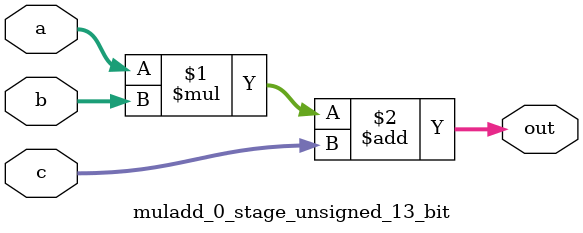
<source format=sv>
(* use_dsp = "yes" *) module muladd_0_stage_unsigned_13_bit(
	input  [12:0] a,
	input  [12:0] b,
	input  [12:0] c,
	output [12:0] out
	);

	assign out = (a * b) + c;
endmodule

</source>
